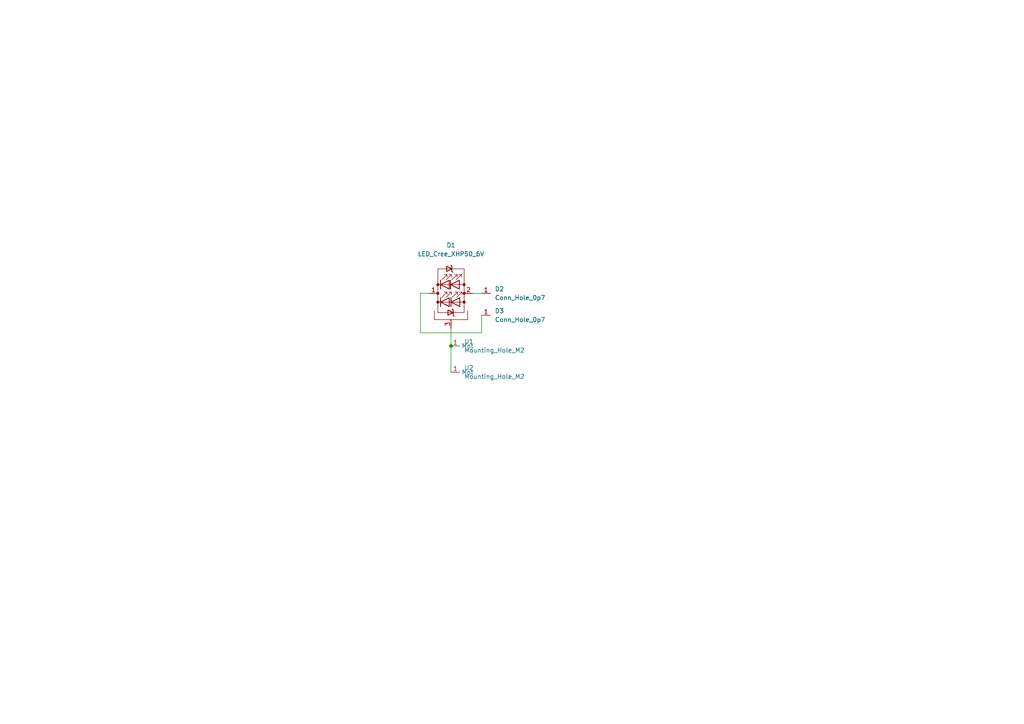
<source format=kicad_sch>
(kicad_sch (version 20211123) (generator eeschema)
  (paper "A4")
  (lib_symbols
    (symbol "Connectors_for_Wire:Conn_Hole_0p7"
      (property "Reference" "D" (at 0 0 0))
      (property "Value" "Conn_Hole_0p7" (at -2.54 2.54 0))
      (symbol "Conn_Hole_0p7_1_1"
        (pin input line (at -2.54 0 0) (length 2.54) (name "") (number "1"))
      )
    )
    (symbol "LED:LED_Cree_XHP50_6V" (pin_names (offset 1.016) hide)
      (property "Reference" "D" (at 0 11.43 0))
      (property "Value" "LED_Cree_XHP50_6V" (at 0 9.525 0))
      (symbol "LED_Cree_XHP50_6V_0_1"
        (circle (center -3.81 -2.54) (radius 0.3556) (fill (type outline)))
        (circle (center -3.81 0) (radius 0.3556) (fill (type outline)))
        (circle (center -3.81 2.54) (radius 0.3556) (fill (type outline)))
        (polyline (pts (xy -3.81 -2.54) (xy 3.81 -2.54)))
        (polyline (pts (xy -3.048 -3.81) (xy -3.048 -1.27)) (stroke (width 0.254)))
        (polyline (pts (xy -3.048 1.27) (xy -3.048 3.81)) (stroke (width 0.254)))
        (polyline (pts (xy -0.127 1.27) (xy -0.127 3.81)) (stroke (width 0.254)))
        (polyline (pts (xy 0 -3.81) (xy 0 -1.27)) (stroke (width 0.254)))
        (polyline (pts (xy 3.81 2.54) (xy -3.81 2.54)))
        (polyline (pts (xy -4.826 -5.08) (xy -4.826 -7.62) (xy 4.826 -7.62) (xy 4.826 -5.08)))
        (polyline (pts (xy -0.508 -3.81) (xy -0.508 -1.27) (xy -3.048 -2.54) (xy -0.508 -3.81)) (stroke (width 0.254)))
        (polyline (pts (xy -0.508 1.27) (xy -0.508 3.81) (xy -3.048 2.54) (xy -0.508 1.27)) (stroke (width 0.254)))
        (polyline (pts (xy 0.508 6.096) (xy 0.254 6.35) (xy 0.254 7.874) (xy 0 8.128)) (stroke (width 0.254)))
        (polyline (pts (xy 0.889 -6.604) (xy 0.635 -6.35) (xy 0.635 -4.826) (xy 0.381 -4.572)) (stroke (width 0.254)))
        (polyline (pts (xy 2.413 1.27) (xy 2.413 3.81) (xy -0.127 2.54) (xy 2.413 1.27)) (stroke (width 0.254)))
        (polyline (pts (xy 2.54 -3.81) (xy 2.54 -1.27) (xy 0 -2.54) (xy 2.54 -3.81)) (stroke (width 0.254)))
        (polyline (pts (xy -3.81 -5.588) (xy -3.81 7.112) (xy 3.81 7.112) (xy 3.81 -5.588) (xy -3.81 -5.588)))
        (polyline (pts (xy -2.667 -1.143) (xy -1.143 0.381) (xy -1.905 0.381) (xy -1.143 0.381) (xy -1.143 -0.381)))
        (polyline (pts (xy -2.667 3.937) (xy -1.143 5.461) (xy -1.905 5.461) (xy -1.143 5.461) (xy -1.143 4.699)))
        (polyline (pts (xy -1.397 -1.143) (xy 0.127 0.381) (xy -0.635 0.381) (xy 0.127 0.381) (xy 0.127 -0.381)))
        (polyline (pts (xy -1.397 3.937) (xy 0.127 5.461) (xy -0.635 5.461) (xy 0.127 5.461) (xy 0.127 4.699)))
        (polyline (pts (xy -1.27 6.35) (xy -1.27 7.874) (xy 0.254 7.112) (xy -1.27 6.35) (xy -1.27 6.604)) (stroke (width 0.254)))
        (polyline (pts (xy -0.889 -6.35) (xy -0.889 -4.826) (xy 0.635 -5.588) (xy -0.889 -6.35) (xy -0.889 -6.096)) (stroke (width 0.254)))
        (polyline (pts (xy 0.254 3.937) (xy 1.778 5.461) (xy 1.016 5.461) (xy 1.778 5.461) (xy 1.778 4.699)))
        (polyline (pts (xy 0.381 -1.143) (xy 1.905 0.381) (xy 1.143 0.381) (xy 1.905 0.381) (xy 1.905 -0.381)))
        (polyline (pts (xy 1.524 3.937) (xy 3.048 5.461) (xy 2.286 5.461) (xy 3.048 5.461) (xy 3.048 4.699)))
        (polyline (pts (xy 1.651 -1.143) (xy 3.175 0.381) (xy 2.413 0.381) (xy 3.175 0.381) (xy 3.175 -0.381)))
        (circle (center 3.81 -2.54) (radius 0.3556) (fill (type outline)))
        (circle (center 3.81 0) (radius 0.3556) (fill (type outline)))
        (circle (center 3.81 2.54) (radius 0.3556) (fill (type outline)))
      )
      (symbol "LED_Cree_XHP50_6V_1_1"
        (pin passive line (at -6.35 0 0) (length 2.54) (name "K") (number "1"))
        (pin passive line (at 6.35 0 180) (length 2.54) (name "A") (number "2"))
        (pin passive line (at 0 -10.16 90) (length 2.54) (name "PAD") (number "3"))
      )
    )
    (symbol "Mounting_Holes:Mounting_Hole_M2"
      (property "Reference" "U" (at 0 -1.27 0))
      (property "Value" "Mounting_Hole_M2" (at 0 2.54 0))
      (symbol "Mounting_Hole_M2_1_1"
        (pin input line (at -2.54 0 0) (length 2.54) (name "Mnt") (number "1"))
      )
    )
  )
  (junction (at 130.81 100.33))
  (wire (pts (xy 139.7 91.44) (xy 139.7 96.52)))
  (wire (pts (xy 130.81 100.33) (xy 130.81 107.95)))
  (wire (pts (xy 121.92 85.09) (xy 124.46 85.09)))
  (wire (pts (xy 137.16 85.09) (xy 139.7 85.09)))
  (wire (pts (xy 130.81 95.25) (xy 130.81 100.33)))
  (wire (pts (xy 139.7 96.52) (xy 121.92 96.52)))
  (wire (pts (xy 121.92 96.52) (xy 121.92 85.09)))
  (symbol (lib_id "Mounting_Holes:Mounting_Hole_M2") (at 133.35 107.95 0) (unit 1)
    (property "Reference" "U2" (at 134.62 106.6799 0) (effects (justify left)))
    (property "Value" "Mounting_Hole_M2" (at 134.62 109.2199 0) (effects (justify left)))
    (property "Footprint" "mount_holes:Hole_screw_M2" (effects hide))
  )
  (symbol (lib_id "Mounting_Holes:Mounting_Hole_M2") (at 133.35 100.33 0) (unit 1)
    (property "Reference" "U1" (at 134.62 99.0599 0) (effects (justify left)))
    (property "Value" "Mounting_Hole_M2" (at 134.62 101.5999 0) (effects (justify left)))
    (property "Footprint" "mount_holes:Hole_screw_M2" (effects hide))
  )
  (symbol (lib_id "LED:LED_Cree_XHP50_6V") (at 130.81 85.09 0) (unit 1)
    (property "Reference" "D1" (at 130.81 71.12 0))
    (property "Value" "LED_Cree_XHP50_6V" (at 130.81 73.66 0))
    (property "Footprint" "LED:LED_Cree-XHP35" (effects hide))
    (property "Datasheet" "http://www.cree.com/%7E/media/Files/Cree/LED%20Components%20and%20Modules/XLamp/Data%20and%20Binning/ds%20XHP50.pdf" (effects hide))
  )
  (symbol (lib_id "Connectors_for_Wire:Conn_Hole_0p7") (at 142.24 91.44 0) (unit 1)
    (property "Reference" "D3" (at 143.51 90.1699 0) (effects (justify left)))
    (property "Value" "Conn_Hole_0p7" (at 143.51 92.7099 0) (effects (justify left)))
    (property "Footprint" "Wire_holes:WireHole_0p7" (effects hide))
  )
  (symbol (lib_id "Connectors_for_Wire:Conn_Hole_0p7") (at 142.24 85.09 0) (unit 1)
    (property "Reference" "D2" (at 143.51 83.8199 0) (effects (justify left)))
    (property "Value" "Conn_Hole_0p7" (at 143.51 86.3599 0) (effects (justify left)))
    (property "Footprint" "Wire_holes:WireHole_0p7" (effects hide))
  )
)
</source>
